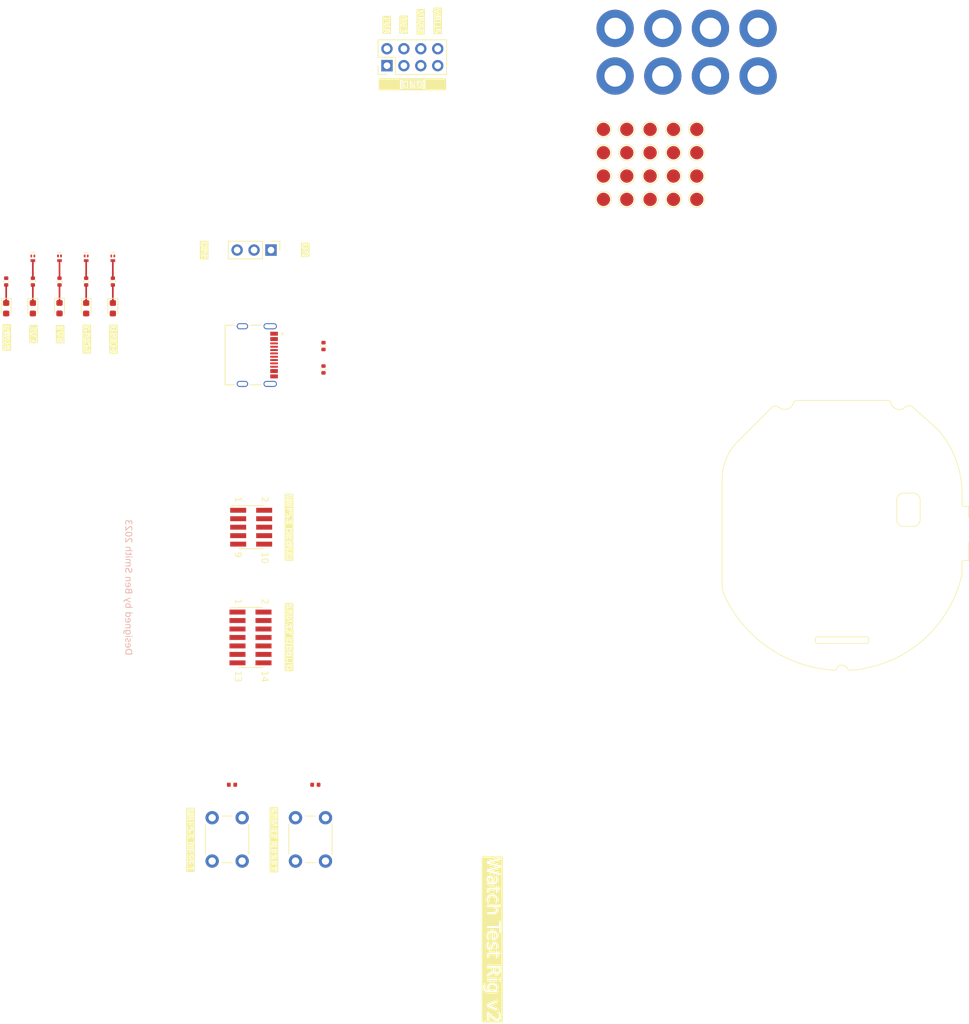
<source format=kicad_pcb>
(kicad_pcb (version 20221018) (generator pcbnew)
  (layers (0 "F.Cu" signal) (31 "B.Cu" signal) (34 "B.Paste" user) (35 "F.Paste" user) (36 "B.SilkS" user "B.Silkscreen") (37 "F.SilkS" user "F.Silkscreen") (38 "B.Mask" user) (39 "F.Mask" user) (44 "Edge.Cuts" user))
  (net 0 "")
  (net 1 "/STM32_SWDIO")
  (net 2 "/STM32_SWCLK")
  (net 3 "/STM32_SWO")
  (net 5 "/STM32_VCP_TX")
  (net 6 "+1V8")
  (net 7 "/STM32_VCP_RX")
  (net 9 "GND")
  (net 12 "/STM32_RST")
  (net 13 "/NRF_SWDIO")
  (net 14 "/NRF_SWCLK")
  (net 18 "/NRF_RST")
  (net 19 "+3V3")
  (net 20 "+VBAT")
  (net 21 "VBUS")
  (net 22 "/LED_3V3_K")
  (net 23 "/LED_1V8_K")
  (net 24 "/GPIO2_D_K")
  (net 25 "/LED_VBUS_K")
  (net 26 "/LED_3V3_D")
  (net 27 "/LED_1V8_D")
  (net 28 "/GPIO1_K")
  (net 29 "/USB_DN")
  (net 30 "/USB_DP")
  (net 31 "/CC1")
  (net 32 "/CC2")
  (net 33 "/VIN")
  (net 34 "/GPIO1")
  (net 35 "/GPIO2")
  (net 37 "/GPIO2_D")
  (net 38 "/GPIO1_D")
  (footprint "Diode_SMD:D_0603_1608Metric" (layer "F.Cu") (at 33.2 62.03 -90)
    (fp_text reference "D104" hide)
    (fp_text value "GREEN" hide)
    (fp_line (start -1.485 -0.735) (end -1.485 0.735) (stroke (width 0.12)) (layer "F.SilkS"))
    (fp_line (start -1.485 0.735) (end 0.8 0.735) (stroke (width 0.12)) (layer "F.SilkS"))
    (fp_line (start 0.8 -0.735) (end -1.485 -0.735) (stroke (width 0.12)) (layer "F.SilkS"))
    (pad "1" smd roundrect (at -0.7875 0 270) (size 0.875 0.95) (layers "F.Cu" "F.Paste" "F.Mask") (net 24 "/GPIO2_D_K"))
    (pad "2" smd roundrect (at 0.7875 0 270) (size 0.875 0.95) (layers "F.Cu" "F.Paste" "F.Mask") (net 21 "VBUS"))
  )
  (footprint "Button_Switch_THT:SW_PUSH_6mm_H5mm" (layer "F.Cu") (at 64.1 144.95 90)
    (fp_text reference "SW102" hide)
    (fp_text value "PSH_BTN")
    (fp_line (start -0.25 1.5) (end -0.25 3) (stroke (width 0.12)) (layer "F.SilkS"))
    (fp_line (start 1 5.5) (end 5.5 5.5) (stroke (width 0.12)) (layer "F.SilkS"))
    (fp_line (start 5.5 -1) (end 1 -1) (stroke (width 0.12)) (layer "F.SilkS"))
    (fp_line (start 6.75 3) (end 6.75 1.5) (stroke (width 0.12)) (layer "F.SilkS"))
    (pad "1" thru_hole circle (at 0 0 180) (size 2 2) (drill 1.1) (layers "*.Cu" "*.Mask") (net 12 "/STM32_RST"))
    (pad "1" thru_hole circle (at 6.5 0 180) (size 2 2) (drill 1.1) (layers "*.Cu" "*.Mask") (net 12 "/STM32_RST"))
    (pad "2" thru_hole circle (at 0 4.5 180) (size 2 2) (drill 1.1) (layers "*.Cu" "*.Mask") (net 9 "GND"))
    (pad "2" thru_hole circle (at 6.5 4.5 180) (size 2 2) (drill 1.1) (layers "*.Cu" "*.Mask") (net 9 "GND"))
  )
  (footprint "Capacitor_SMD:C_0402_1005Metric" (layer "F.Cu") (at 79.58 133.5 180)
    (fp_text reference "C101" hide)
    (fp_text value "100n")
    (fp_line (start -0.107836 -0.36) (end 0.107836 -0.36) (stroke (width 0.12)) (layer "F.SilkS"))
    (fp_line (start -0.107836 0.36) (end 0.107836 0.36) (stroke (width 0.12)) (layer "F.SilkS"))
    (pad "1" smd roundrect (at -0.48 0 180) (size 0.56 0.62) (layers "F.Cu" "F.Paste" "F.Mask") (net 9 "GND"))
    (pad "2" smd roundrect (at 0.48 0 180) (size 0.56 0.62) (layers "F.Cu" "F.Paste" "F.Mask") (net 12 "/STM32_RST"))
  )
  (footprint "Resistor_SMD:R_0402_1005Metric" (layer "F.Cu") (at 33.2 58.03 90)
    (fp_text reference "R104" hide)
    (fp_text value "2k2" hide)
    (fp_line (start -0.153641 -0.38) (end 0.153641 -0.38) (stroke (width 0.12)) (layer "F.SilkS"))
    (fp_line (start -0.153641 0.38) (end 0.153641 0.38) (stroke (width 0.12)) (layer "F.SilkS"))
    (pad "1" smd roundrect (at -0.51 0 90) (size 0.54 0.64) (layers "F.Cu" "F.Paste" "F.Mask") (net 28 "/GPIO1_K"))
    (pad "2" smd roundrect (at 0.51 0 90) (size 0.54 0.64) (layers "F.Cu" "F.Paste" "F.Mask") (net 38 "/GPIO1_D"))
  )
  (footprint "MountingHole:MountingHole_3.2mm_M3_DIN965_Pad_TopBottom" (layer "F.Cu") (at 146 27.2)
    (fp_text reference "H108" hide)
    (fp_text value "M3")
    (pad "1" thru_hole circle (at 0 0) (size 3.6 3.6) (drill 3.2) (layers "*.Cu" "*.Mask") (net 9 "GND"))
    (pad "1" connect circle (at 0 0) (size 5.6 5.6) (layers "F.Cu" "F.Mask") (net 9 "GND"))
    (pad "1" connect circle (at 0 0) (size 5.6 5.6) (layers "B.Cu" "B.Mask") (net 9 "GND"))
  )
  (footprint "Diode_SMD:D_0603_1608Metric" (layer "F.Cu") (at 41.2 62.02 -90)
    (fp_text reference "D102" hide)
    (fp_text value "GREEN" hide)
    (fp_line (start -1.485 -0.735) (end -1.485 0.735) (stroke (width 0.12)) (layer "F.SilkS"))
    (fp_line (start -1.485 0.735) (end 0.8 0.735) (stroke (width 0.12)) (layer "F.SilkS"))
    (fp_line (start 0.8 -0.735) (end -1.485 -0.735) (stroke (width 0.12)) (layer "F.SilkS"))
    (pad "1" smd roundrect (at -0.7875 0 270) (size 0.875 0.95) (layers "F.Cu" "F.Paste" "F.Mask") (net 28 "/GPIO1_K"))
    (pad "2" smd roundrect (at 0.7875 0 270) (size 0.875 0.95) (layers "F.Cu" "F.Paste" "F.Mask") (net 21 "VBUS"))
  )
  (footprint "TestPoint:TestPoint_Pad_D2.0mm" (layer "F.Cu") (at 133.3 45.7)
    (fp_text reference "PP116" hide)
    (fp_text value "8mm")
    (fp_circle (center 0 0) (end 0 1.2) (stroke (width 0.12)) (fill none) (layer "F.SilkS"))
    (pad "1" smd circle (at 0 0) (size 2 2) (layers "F.Cu" "F.Mask") (net 21 "VBUS"))
  )
  (footprint "TestPoint:TestPoint_Pad_D2.0mm" (layer "F.Cu") (at 126.3 42.2)
    (fp_text reference "PP107" hide)
    (fp_text value "8mm")
    (fp_circle (center 0 0) (end 0 1.2) (stroke (width 0.12)) (fill none) (layer "F.SilkS"))
    (pad "1" smd circle (at 0 0) (size 2 2) (layers "F.Cu" "F.Mask") (net 13 "/NRF_SWDIO"))
  )
  (footprint "Connector_PinHeader_2.54mm:PinHeader_1x03_P2.54mm_Vertical" (layer "F.Cu") (at 72.925 53.3 -90)
    (fp_text reference "SW101" hide)
    (fp_text value "SW_SPDT")
    (fp_line (start -1.33 -1.33) (end 0 -1.33) (stroke (width 0.12)) (layer "F.SilkS"))
    (fp_line (start -1.33 0) (end -1.33 -1.33) (stroke (width 0.12)) (layer "F.SilkS"))
    (fp_line (start -1.33 1.27) (end -1.33 6.41) (stroke (width 0.12)) (layer "F.SilkS"))
    (fp_line (start -1.33 1.27) (end 1.33 1.27) (stroke (width 0.12)) (layer "F.SilkS"))
    (fp_line (start -1.33 6.41) (end 1.33 6.41) (stroke (width 0.12)) (layer "F.SilkS"))
    (fp_line (start 1.33 1.27) (end 1.33 6.41) (stroke (width 0.12)) (layer "F.SilkS"))
    (pad "1" thru_hole rect (at 0 0 270) (size 1.7 1.7) (drill 1) (layers "*.Cu" "*.Mask") (net 21 "VBUS"))
    (pad "2" thru_hole oval (at 0 2.54 270) (size 1.7 1.7) (drill 1) (layers "*.Cu" "*.Mask") (net 33 "/VIN"))
    (pad "3" thru_hole oval (at 0 5.08 270) (size 1.7 1.7) (drill 1) (layers "*.Cu" "*.Mask"))
  )
  (footprint "watch_footprints:DMN21D2UFB7B" (layer "F.Cu") (at 41.2 54.53 90)
    (fp_text reference "Q102" hide)
    (fp_text value "DMN21D2UFB-7B" hide)
    (fp_line (start 0.85 -0.3) (end 0.85 0.3) (stroke (width 0.12)) (layer "F.SilkS"))
    (pad "1" smd rect (at 0.35 0.225 180) (size 0.25 0.4) (layers "F.Cu" "F.Paste" "F.Mask") (net 34 "/GPIO1"))
    (pad "2" smd rect (at 0.35 -0.225 180) (size 0.25 0.4) (layers "F.Cu" "F.Paste" "F.Mask") (net 9 "GND"))
    (pad "3" smd rect (at -0.35 0 90) (size 0.4 0.7) (layers "F.Cu" "F.Paste" "F.Mask") (net 38 "/GPIO1_D"))
  )
  (footprint "watch_footprints:DMN21D2UFB7B" (layer "F.Cu") (at 49.2 54.53 90)
    (fp_text reference "Q104" hide)
    (fp_text value "DMN21D2UFB-7B" hide)
    (fp_line (start 0.85 -0.3) (end 0.85 0.3) (stroke (width 0.12)) (layer "F.SilkS"))
    (pad "1" smd rect (at 0.35 0.225 180) (size 0.25 0.4) (layers "F.Cu" "F.Paste" "F.Mask") (net 35 "/GPIO2"))
    (pad "2" smd rect (at 0.35 -0.225 180) (size 0.25 0.4) (layers "F.Cu" "F.Paste" "F.Mask") (net 9 "GND"))
    (pad "3" smd rect (at -0.35 0 90) (size 0.4 0.7) (layers "F.Cu" "F.Paste" "F.Mask") (net 37 "/GPIO2_D"))
  )
  (footprint "Button_Switch_THT:SW_PUSH_6mm_H5mm" (layer "F.Cu") (at 76.6 144.95 90)
    (fp_text reference "SW103" hide)
    (fp_text value "PSH_BTN")
    (fp_line (start -0.25 1.5) (end -0.25 3) (stroke (width 0.12)) (layer "F.SilkS"))
    (fp_line (start 1 5.5) (end 5.5 5.5) (stroke (width 0.12)) (layer "F.SilkS"))
    (fp_line (start 5.5 -1) (end 1 -1) (stroke (width 0.12)) (layer "F.SilkS"))
    (fp_line (start 6.75 3) (end 6.75 1.5) (stroke (width 0.12)) (layer "F.SilkS"))
    (pad "1" thru_hole circle (at 0 0 180) (size 2 2) (drill 1.1) (layers "*.Cu" "*.Mask") (net 18 "/NRF_RST"))
    (pad "1" thru_hole circle (at 6.5 0 180) (size 2 2) (drill 1.1) (layers "*.Cu" "*.Mask") (net 18 "/NRF_RST"))
    (pad "2" thru_hole circle (at 0 4.5 180) (size 2 2) (drill 1.1) (layers "*.Cu" "*.Mask") (net 9 "GND"))
    (pad "2" thru_hole circle (at 6.5 4.5 180) (size 2 2) (drill 1.1) (layers "*.Cu" "*.Mask") (net 9 "GND"))
  )
  (footprint "MountingHole:MountingHole_3.2mm_M3_DIN965_Pad_TopBottom" (layer "F.Cu") (at 138.85 27.2)
    (fp_text reference "H106" hide)
    (fp_text value "M3")
    (pad "1" thru_hole circle (at 0 0) (size 3.6 3.6) (drill 3.2) (layers "*.Cu" "*.Mask") (net 9 "GND"))
    (pad "1" connect circle (at 0 0) (size 5.6 5.6) (layers "F.Cu" "F.Mask") (net 9 "GND"))
    (pad "1" connect circle (at 0 0) (size 5.6 5.6) (layers "B.Cu" "B.Mask") (net 9 "GND"))
  )
  (footprint "Diode_SMD:D_0603_1608Metric" (layer "F.Cu") (at 45.2 62.03 -90)
    (fp_text reference "D103" hide)
    (fp_text value "GREEN" hide)
    (fp_line (start -1.485 -0.735) (end -1.485 0.735) (stroke (width 0.12)) (layer "F.SilkS"))
    (fp_line (start -1.485 0.735) (end 0.8 0.735) (stroke (width 0.12)) (layer "F.SilkS"))
    (fp_line (start 0.8 -0.735) (end -1.485 -0.735) (stroke (width 0.12)) (layer "F.SilkS"))
    (pad "1" smd roundrect (at -0.7875 0 270) (size 0.875 0.95) (layers "F.Cu" "F.Paste" "F.Mask") (net 23 "/LED_1V8_K"))
    (pad "2" smd roundrect (at 0.7875 0 270) (size 0.875 0.95) (layers "F.Cu" "F.Paste" "F.Mask") (net 21 "VBUS"))
  )
  (footprint "TestPoint:TestPoint_Pad_D2.0mm" (layer "F.Cu") (at 129.8 42.2)
    (fp_text reference "PP111" hide)
    (fp_text value "8mm")
    (fp_circle (center 0 0) (end 0 1.2) (stroke (width 0.12)) (fill none) (layer "F.SilkS"))
    (pad "1" smd circle (at 0 0) (size 2 2) (layers "F.Cu" "F.Mask") (net 29 "/USB_DN"))
  )
  (footprint "Capacitor_SMD:C_0402_1005Metric" (layer "F.Cu") (at 67.08 133.5 180)
    (fp_text reference "C102" hide)
    (fp_text value "100n")
    (fp_line (start -0.107836 -0.36) (end 0.107836 -0.36) (stroke (width 0.12)) (layer "F.SilkS"))
    (fp_line (start -0.107836 0.36) (end 0.107836 0.36) (stroke (width 0.12)) (layer "F.SilkS"))
    (pad "1" smd roundrect (at -0.48 0 180) (size 0.56 0.62) (layers "F.Cu" "F.Paste" "F.Mask") (net 9 "GND"))
    (pad "2" smd roundrect (at 0.48 0 180) (size 0.56 0.62) (layers "F.Cu" "F.Paste" "F.Mask") (net 18 "/NRF_RST"))
  )
  (footprint "TestPoint:TestPoint_Pad_D2.0mm" (layer "F.Cu") (at 129.8 38.7)
    (fp_text reference "PP110" hide)
    (fp_text value "8mm")
    (fp_circle (center 0 0) (end 0 1.2) (stroke (width 0.12)) (fill none) (layer "F.SilkS"))
    (pad "1" smd circle (at 0 0) (size 2 2) (layers "F.Cu" "F.Mask") (net 30 "/USB_DP"))
  )
  (footprint "MountingHole:MountingHole_3.2mm_M3_DIN965_Pad_TopBottom" (layer "F.Cu") (at 131.7 27.2)
    (fp_text reference "H104" hide)
    (fp_text value "M3")
    (pad "1" thru_hole circle (at 0 0) (size 3.6 3.6) (drill 3.2) (layers "*.Cu" "*.Mask") (net 9 "GND"))
    (pad "1" connect circle (at 0 0) (size 5.6 5.6) (layers "F.Cu" "F.Mask") (net 9 "GND"))
    (pad "1" connect circle (at 0 0) (size 5.6 5.6) (layers "B.Cu" "B.Mask") (net 9 "GND"))
  )
  (footprint "MountingHole:MountingHole_3.2mm_M3_DIN965_Pad_TopBottom" (layer "F.Cu") (at 124.55 27.2)
    (fp_text reference "H102" hide)
    (fp_text value "M3")
    (pad "1" thru_hole circle (at 0 0) (size 3.6 3.6) (drill 3.2) (layers "*.Cu" "*.Mask") (net 9 "GND"))
    (pad "1" connect circle (at 0 0) (size 5.6 5.6) (layers "F.Cu" "F.Mask") (net 9 "GND"))
    (pad "1" connect circle (at 0 0) (size 5.6 5.6) (layers "B.Cu" "B.Mask") (net 9 "GND"))
  )
  (footprint "Resistor_SMD:R_0402_1005Metric" (layer "F.Cu") (at 41.2 58.03 90)
    (fp_text reference "R102" hide)
    (fp_text value "5k1" hide)
    (fp_line (start -0.153641 -0.38) (end 0.153641 -0.38) (stroke (width 0.12)) (layer "F.SilkS"))
    (fp_line (start -0.153641 0.38) (end 0.153641 0.38) (stroke (width 0.12)) (layer "F.SilkS"))
    (pad "1" smd roundrect (at -0.51 0 90) (size 0.54 0.64) (layers "F.Cu" "F.Paste" "F.Mask") (net 32 "/CC2"))
    (pad "2" smd roundrect (at 0.51 0 90) (size 0.54 0.64) (layers "F.Cu" "F.Paste" "F.Mask") (net 9 "GND"))
  )
  (footprint "TestPoint:TestPoint_Pad_D2.0mm" (layer "F.Cu") (at 129.8 45.7)
    (fp_text reference "PP112" hide)
    (fp_text value "8mm")
    (fp_circle (center 0 0) (end 0 1.2) (stroke (width 0.12)) (fill none) (layer "F.SilkS"))
    (pad "1" smd circle (at 0 0) (size 2 2) (layers "F.Cu" "F.Mask") (net 19 "+3V3"))
  )
  (footprint "watch_footprints:STDC14" (layer "F.Cu") (at 69.85 111.41)
    (fp_text reference "J101" hide)
    (fp_text value "STDC14" hide)
    (fp_line (start -3.09 -4.44) (end -1.765 -4.44) (stroke (width 0.12)) (layer "F.SilkS"))
    (fp_line (start -1.765 -4.505) (end -1.765 -4.44) (stroke (width 0.12)) (layer "F.SilkS"))
    (fp_line (start -1.765 -4.505) (end 1.765 -4.505) (stroke (width 0.12)) (layer "F.SilkS"))
    (fp_line (start -1.765 4.44) (end -1.765 4.505) (stroke (width 0.12)) (layer "F.SilkS"))
    (fp_line (start -1.765 4.505) (end 1.765 4.505) (stroke (width 0.12)) (layer "F.SilkS"))
    (fp_line (start 1.765 -4.505) (end 1.765 -4.44) (stroke (width 0.12)) (layer "F.SilkS"))
    (fp_line (start 1.765 4.44) (end 1.765 4.505) (stroke (width 0.12)) (layer "F.SilkS"))
    (pad "1" smd rect (at -1.95 -3.81) (size 2.4 0.74) (layers "F.Cu" "F.Paste" "F.Mask"))
    (pad "2" smd rect (at 1.95 -3.81) (size 2.4 0.74) (layers "F.Cu" "F.Paste" "F.Mask"))
    (pad "3" smd rect (at -1.95 -2.54) (size 2.4 0.74) (layers "F.Cu" "F.Paste" "F.Mask") (net 6 "+1V8"))
    (pad "4" smd rect (at 1.95 -2.54) (size 2.4 0.74) (layers "F.Cu" "F.Paste" "F.Mask") (net 1 "/STM32_SWDIO"))
    (pad "5" smd rect (at -1.95 -1.27) (size 2.4 0.74) (layers "F.Cu" "F.Paste" "F.Mask") (net 9 "GND"))
    (pad "6" smd rect (at 1.95 -1.27) (size 2.4 0.74) (layers "F.Cu" "F.Paste" "F.Mask") (net 2 "/STM32_SWCLK"))
    (pad "7" smd rect (at -1.95 0) (size 2.4 0.74) (layers "F.Cu" "F.Paste" "F.Mask") (net 9 "GND"))
    (pad "8" smd rect (at 1.95 0) (size 2.4 0.74) (layers "F.Cu" "F.Paste" "F.Mask") (net 3 "/STM32_SWO"))
    (pad "9" smd rect (at -1.95 1.27) (size 2.4 0.74) (layers "F.Cu" "F.Paste" "F.Mask"))
    (pad "10" smd rect (at 1.95 1.27) (size 2.4 0.74) (layers "F.Cu" "F.Paste" "F.Mask"))
    (pad "11" smd rect (at -1.95 2.54) (size 2.4 0.74) (layers "F.Cu" "F.Paste" "F.Mask") (net 9 "GND"))
    (pad "12" smd rect (at 1.95 2.54) (size 2.4 0.74) (layers "F.Cu" "F.Paste" "F.Mask") (net 12 "/STM32_RST"))
    (pad "13" smd rect (at -1.95 3.81) (size 2.4 0.74) (layers "F.Cu" "F.Paste" "F.Mask") (net 7 "/STM32_VCP_RX"))
    (pad "14" smd rect (at 1.95 3.81) (size 2.4 0.74) (layers "F.Cu" "F.Paste" "F.Mask") (net 5 "/STM32_VCP_TX"))
  )
  (footprint "TestPoint:TestPoint_Pad_D2.0mm" (layer "F.Cu") (at 133.3 38.7)
    (fp_text reference "PP114" hide)
    (fp_text value "8mm")
    (fp_circle (center 0 0) (end 0 1.2) (stroke (width 0.12)) (fill none) (layer "F.SilkS"))
    (pad "1" smd circle (at 0 0) (size 2 2) (layers "F.Cu" "F.Mask") (net 6 "+1V8"))
  )
  (footprint "Resistor_SMD:R_0402_1005Metric" (layer "F.Cu") (at 80.8 67.7 -90)
    (fp_text reference "R107" hide)
    (fp_text value "2k2")
    (fp_line (start -0.153641 -0.38) (end 0.153641 -0.38) (stroke (width 0.12)) (layer "F.SilkS"))
    (fp_line (start -0.153641 0.38) (end 0.153641 0.38) (stroke (width 0.12)) (layer "F.SilkS"))
    (pad "1" smd roundrect (at -0.51 0 270) (size 0.54 0.64) (layers "F.Cu" "F.Paste" "F.Mask") (net 25 "/LED_VBUS_K"))
    (pad "2" smd roundrect (at 0.51 0 270) (size 0.54 0.64) (layers "F.Cu" "F.Paste" "F.Mask") (net 9 "GND"))
  )
  (footprint "Diode_SMD:D_0603_1608Metric" (layer "F.Cu") (at 37.2 62.03 -90)
    (fp_text reference "D101" hide)
    (fp_text value "GREEN" hide)
    (fp_line (start -1.485 -0.735) (end -1.485 0.735) (stroke (width 0.12)) (layer "F.SilkS"))
    (fp_line (start -1.485 0.735) (end 0.8 0.735) (stroke (width 0.12)) (layer "F.SilkS"))
    (fp_line (start 0.8 -0.735) (end -1.485 -0.735) (stroke (width 0.12)) (layer "F.SilkS"))
    (pad "1" smd roundrect (at -0.7875 0 270) (size 0.875 0.95) (layers "F.Cu" "F.Paste" "F.Mask") (net 22 "/LED_3V3_K"))
    (pad "2" smd roundrect (at 0.7875 0 270) (size 0.875 0.95) (layers "F.Cu" "F.Paste" "F.Mask") (net 21 "VBUS"))
  )
  (footprint "TestPoint:TestPoint_Pad_D2.0mm" (layer "F.Cu") (at 136.8 42.2)
    (fp_text reference "PP119" hide)
    (fp_text value "8mm")
    (fp_circle (center 0 0) (end 0 1.2) (stroke (width 0.12)) (fill none) (layer "F.SilkS"))
    (pad "1" smd circle (at 0 0) (size 2 2) (layers "F.Cu" "F.Mask") (net 9 "GND"))
  )
  (footprint "MountingHole:MountingHole_3.2mm_M3_DIN965_Pad_TopBottom" (layer "F.Cu") (at 131.7 20.05)
    (fp_text reference "H103" hide)
    (fp_text value "M3")
    (pad "1" thru_hole circle (at 0 0) (size 3.6 3.6) (drill 3.2) (layers "*.Cu" "*.Mask") (net 9 "GND"))
    (pad "1" connect circle (at 0 0) (size 5.6 5.6) (layers "F.Cu" "F.Mask") (net 9 "GND"))
    (pad "1" connect circle (at 0 0) (size 5.6 5.6) (layers "B.Cu" "B.Mask") (net 9 "GND"))
  )
  (footprint "watch_footprints:MIPI10" (layer "F.Cu") (at 69.95 94.87)
    (fp_text reference "J102" hide)
    (fp_text value "MIPI10" hide)
    (fp_line (start -3.09 -3.17) (end -1.765 -3.17) (stroke (width 0.12)) (layer "F.SilkS"))
    (fp_line (start -1.765 -3.235) (end -1.765 -3.17) (stroke (width 0.12)) (layer "F.SilkS"))
    (fp_line (start -1.765 -3.235) (end 1.765 -3.235) (stroke (width 0.12)) (layer "F.SilkS"))
    (fp_line (start -1.765 3.17) (end -1.765 3.235) (stroke (width 0.12)) (layer "F.SilkS"))
    (fp_line (start -1.765 3.235) (end 1.765 3.235) (stroke (width 0.12)) (layer "F.SilkS"))
    (fp_line (start 1.765 -3.235) (end 1.765 -3.17) (stroke (width 0.12)) (layer "F.SilkS"))
    (fp_line (start 1.765 3.17) (end 1.765 3.235) (stroke (width 0.12)) (layer "F.SilkS"))
    (pad "1" smd rect (at -1.95 -2.54) (size 2.4 0.74) (layers "F.Cu" "F.Paste" "F.Mask") (net 6 "+1V8"))
    (pad "2" smd rect (at 1.95 -2.54) (size 2.4 0.74) (layers "F.Cu" "F.Paste" "F.Mask") (net 13 "/NRF_SWDIO"))
    (pad "3" smd rect (at -1.95 -1.27) (size 2.4 0.74) (layers "F.Cu" "F.Paste" "F.Mask") (net 9 "GND"))
    (pad "4" smd rect (at 1.95 -1.27) (size 2.4 0.74) (layers "F.Cu" "F.Paste" "F.Mask") (net 14 "/NRF_SWCLK"))
    (pad "5" smd rect (at -1.95 0) (size 2.4 0.74) (layers "F.Cu" "F.Paste" "F.Mask") (net 9 "GND"))
    (pad "6" smd rect (at 1.95 0) (size 2.4 0.74) (layers "F.Cu" "F.Paste" "F.Mask"))
    (pad "7" smd rect (at -1.95 1.27) (size 2.4 0.74) (layers "F.Cu" "F.Paste" "F.Mask"))
    (pad "8" smd rect (at 1.95 1.27) (size 2.4 0.74) (layers "F.Cu" "F.Paste" "F.Mask"))
    (pad "9" smd rect (at -1.95 2.54) (size 2.4 0.74) (layers "F.Cu" "F.Paste" "F.Mask") (net 9 "GND"))
    (pad "10" smd rect (at 1.95 2.54) (size 2.4 0.74) (layers "F.Cu" "F.Paste" "F.Mask") (net 18 "/NRF_RST"))
  )
  (footprint "MountingHole:MountingHole_3.2mm_M3_DIN965_Pad_TopBottom" (layer "F.Cu") (at 146 20.05)
    (fp_text reference "H107" hide)
    (fp_text value "M3")
    (pad "1" thru_hole circle (at 0 0) (size 3.6 3.6) (drill 3.2) (layers "*.Cu" "*.Mask") (net 9 "GND"))
    (pad "1" connect circle (at 0 0) (size 5.6 5.6) (layers "F.Cu" "F.Mask") (net 9 "GND"))
    (pad "1" connect circle (at 0 0) (size 5.6 5.6) (layers "B.Cu" "B.Mask") (net 9 "GND"))
  )
  (footprint "TestPoint:TestPoint_Pad_D2.0mm" (layer "F.Cu") (at 126.3 45.7)
    (fp_text reference "PP108" hide)
    (fp_text value "8mm")
    (fp_circle (center 0 0) (end 0 1.2) (stroke (width 0.12)) (fill none) (layer "F.SilkS"))
    (pad "1" smd circle (at 0 0) (size 2 2) (layers "F.Cu" "F.Mask") (net 14 "/NRF_SWCLK"))
  )
  (footprint "Resistor_SMD:R_0402_1005Metric" (layer "F.Cu") (at 49.2 58.03 90)
    (fp_text reference "R105" hide)
    (fp_text value "2k2" hide)
    (fp_line (start -0.153641 -0.38) (end 0.153641 -0.38) (stroke (width 0.12)) (layer "F.SilkS"))
    (fp_line (start -0.153641 0.38) (end 0.153641 0.38) (stroke (width 0.12)) (layer "F.SilkS"))
    (pad "1" smd roundrect (at -0.51 0 90) (size 0.54 0.64) (layers "F.Cu" "F.Paste" "F.Mask") (net 23 "/LED_1V8_K"))
    (pad "2" smd roundrect (at 0.51 0 90) (size 0.54 0.64) (layers "F.Cu" "F.Paste" "F.Mask") (net 27 "/LED_1V8_D"))
  )
  (footprint "Resistor_SMD:R_0402_1005Metric" (layer "F.Cu") (at 80.8 71.21 90)
    (fp_text reference "R106" hide)
    (fp_text value "2k2")
    (fp_line (start -0.153641 -0.38) (end 0.153641 -0.38) (stroke (width 0.12)) (layer "F.SilkS"))
    (fp_line (start -0.153641 0.38) (end 0.153641 0.38) (stroke (width 0.12)) (layer "F.SilkS"))
    (pad "1" smd roundrect (at -0.51 0 90) (size 0.54 0.64) (layers "F.Cu" "F.Paste" "F.Mask") (net 24 "/GPIO2_D_K"))
    (pad "2" smd roundrect (at 0.51 0 90) (size 0.54 0.64) (layers "F.Cu" "F.Paste" "F.Mask") (net 37 "/GPIO2_D"))
  )
  (footprint "Resistor_SMD:R_0402_1005Metric" (layer "F.Cu") (at 37.2 58.03 90)
    (fp_text reference "R101" hide)
    (fp_text value "5k1" hide)
    (fp_line (start -0.153641 -0.38) (end 0.153641 -0.38) (stroke (width 0.12)) (layer "F.SilkS"))
    (fp_line (start -0.153641 0.38) (end 0.153641 0.38) (stroke (width 0.12)) (layer "F.SilkS"))
    (pad "1" smd roundrect (at -0.51 0 90) (size 0.54 0.64) (layers "F.Cu" "F.Paste" "F.Mask") (net 31 "/CC1"))
    (pad "2" smd roundrect (at 0.51 0 90) (size 0.54 0.64) (layers "F.Cu" "F.Paste" "F.Mask") (net 9 "GND"))
  )
  (footprint "TestPoint:TestPoint_Pad_D2.0mm" (layer "F.Cu") (at 136.8 45.7)
    (fp_text reference "PP120" hide)
    (fp_text value "8mm")
    (fp_circle (center 0 0) (end 0 1.2) (stroke (width 0.12)) (fill none) (layer "F.SilkS"))
    (pad "1" smd circle (at 0 0) (size 2 2) (layers "F.Cu" "F.Mask") (net 9 "GND"))
  )
  (footprint "watch_footprints:DMN21D2UFB7B" (layer "F.Cu") (at 45.2 54.53 90)
    (fp_text reference "Q103" hide)
    (fp_text value "DMN21D2UFB-7B" hide)
    (fp_line (start 0.85 -0.3) (end 0.85 0.3) (stroke (width 0.12)) (layer "F.SilkS"))
    (pad "1" smd rect (at 0.35 0.225 180) (size 0.25 0.4) (layers "F.Cu" "F.Paste" "F.Mask") (net 6 "+1V8"))
    (pad "2" smd rect (at 0.35 -0.225 180) (size 0.25 0.4) (layers "F.Cu" "F.Paste" "F.Mask") (net 9 "GND"))
    (pad "3" smd rect (at -0.35 0 90) (size 0.4 0.7) (layers "F.Cu" "F.Paste" "F.Mask") (net 27 "/LED_1V8_D"))
  )
  (footprint "watch_footprints:Watch Outline V2 SS" (layer "F.Cu") (at 158.548965 96.510397)
    (fp_text reference "U101" hide)
    (fp_text value "Watch_Outline_V2_SS")
    (fp_line (start -17.948964 -8.836298) (end -17.948964 7.002061) (stroke (width 0.1)) (layer "F.SilkS"))
    (fp_line (start -15.605819 -14.493152) (end -10.514836 -19.584135) (stroke (width 0.1)) (layer "F.SilkS"))
    (fp_line (start -6.767813 -20.650006) (end 7.028538 -20.650006) (stroke (width 0.1)) (layer "F.SilkS"))
    (fp_line (start -3.95 15.55) (end -3.95 15.05) (stroke (width 0.1)) (layer "F.SilkS"))
    (fp_line (start -3.7 14.8) (end 3.8 14.8) (stroke (width 0.1)) (layer "F.SilkS"))
    (fp_line (start 3.8 15.8) (end -3.7 15.8) (stroke (width 0.1)) (layer "F.SilkS"))
    (fp_line (start 4.05 15.05) (end 4.05 15.55) (stroke (width 0.1)) (layer "F.SilkS"))
    (fp_line (start 8.250001 -2.750001) (end 8.250002 -5.75) (stroke (width 0.1)) (layer "F.SilkS"))
    (fp_line (start 9.250002 -6.75) (end 10.75 -6.749998) (stroke (width 0.1)) (layer "F.SilkS"))
    (fp_line (start 10.749999 -1.749999) (end 9.250001 -1.750001) (stroke (width 0.1)) (layer "F.SilkS"))
    (fp_line (start 11.75 -5.749998) (end 11.749999 -2.749999) (stroke (width 0.1)) (layer "F.SilkS"))
    (fp_line (start 14.551035 -16.150007) (end 10.645094 -19.665354) (stroke (width 0.1)) (layer "F.SilkS"))
    (fp_line (start 18.05 3.6) (end 18.051035 5.349994) (stroke (width 0.1)) (layer "F.SilkS"))
    (fp_line (start 18.051035 -6.650006) (end 18.05 -5) (stroke (width 0.1)) (layer "F.SilkS"))
    (fp_line (start 18.3 -4.749997) (end 19.051035 -4.750003) (stroke (width 0.1)) (layer "F.SilkS"))
    (fp_line (start 19.051035 -4.750003) (end 19.051035 -3.150006) (stroke (width 0.1)) (layer "F.SilkS"))
    (fp_line (start 19.051035 0.649994) (end 19.051035 3.349994) (stroke (width 0.1)) (layer "F.SilkS"))
    (fp_line (start 19.051035 3.349994) (end 18.3 3.35) (stroke (width 0.1)) (layer "F.SilkS"))
    (fp_arc (start -17.948964 -8.836298) (mid -17.340011 -11.89777) (end -15.605818 -14.493152) (stroke (width 0.1)) (layer "F.SilkS"))
    (fp_arc (start -17.561867 8.718723) (mid -17.850984 7.881942) (end -17.948964 7.002061) (stroke (width 0.1)) (layer "F.SilkS"))
    (fp_arc (start -10.514836 -19.584134) (mid -9.979611 -19.817869) (end -9.428151 -19.62554) (stroke (width 0.1)) (layer "F.SilkS"))
    (fp_arc (start -7.249205 -20.285141) (mid -8.157835 -19.357938) (end -9.428151 -19.62554) (stroke (width 0.1)) (layer "F.SilkS"))
    (fp_arc (start -7.249205 -20.285141) (mid -7.069833 -20.548482) (end -6.767813 -20.650006) (stroke (width 0.1)) (layer "F.SilkS"))
    (fp_arc (start -3.95 15.05) (mid -3.876777 14.873223) (end -3.7 14.8) (stroke (width 0.1)) (layer "F.SilkS"))
    (fp_arc (start -3.7 15.8) (mid -3.876777 15.726777) (end -3.95 15.55) (stroke (width 0.1)) (layer "F.SilkS"))
    (fp_arc (start -0.848965 19.829213) (mid -10.74445 16.589052) (end -17.561868 8.718723) (stroke (width 0.1)) (layer "F.SilkS"))
    (fp_arc (start -0.848965 19.829213) (mid 0.050425 19.049986) (end 0.950859 19.828005) (stroke (width 0.1)) (layer "F.SilkS"))
    (fp_arc (start 3.8 14.8) (mid 3.976777 14.873223) (end 4.05 15.05) (stroke (width 0.1)) (layer "F.SilkS"))
    (fp_arc (start 4.05 15.55) (mid 3.976777 15.726777) (end 3.8 15.8) (stroke (width 0.1)) (layer "F.SilkS"))
    (fp_arc (start 7.028538 -20.650006) (mid 7.220483 -20.580671) (end 7.323538 -20.404551) (stroke (width 0.1)) (layer "F.SilkS"))
    (fp_arc (start 8.250002 -5.75) (mid 8.542895 -6.457106) (end 9.250002 -6.75) (stroke (width 0.1)) (layer "F.SilkS"))
    (fp_arc (start 9.250001 -1.750001) (mid 8.542894 -2.042894) (end 8.250001 -2.750001) (stroke (width 0.1)) (layer "F.SilkS"))
    (fp_arc (start 9.56708 -19.658361) (mid 10.104727 -19.870683) (end 10.645094 -19.665354) (stroke (width 0.1)) (layer "F.SilkS"))
    (fp_arc (start 9.567081 -19.65836) (mid 8.224982 -19.369007) (end 7.323538 -20.404551) (stroke (width 0.1)) (layer "F.SilkS"))
    (fp_arc (start 10.75 -6.749998) (mid 11.457106 -6.457105) (end 11.75 -5.749998) (stroke (width 0.1)) (layer "F.SilkS"))
    (fp_arc (start 11.749999 -2.749999) (mid 11.457105 -2.042893) (end 10.749999 -1.749999) (stroke (width 0.1)) (layer "F.SilkS"))
    (fp_arc (start 14.551035 -16.150006) (mid 17.148203 -11.71212) (end 18.051035 -6.650006) (stroke (width 0.1)) (layer "F.SilkS"))
    (fp_arc (start 18.05 3.6) (mid 18.123223 3.423223) (end 18.3 3.35) (stroke (width 0.1)) (layer "F.SilkS"))
    (fp_arc (start 18.051035 5.349993) (mid 11.954988 15.4875) (end 0.950859 19.828005) (stroke (width 0.1)) (layer "F.SilkS"))
    (fp_arc (start 18.3 -4.75) (mid 18.123223 -4.823223) (end 18.05 -5) (stroke (width 0.1)) (layer "F.SilkS"))
  )
  (footprint "TestPoint:TestPoint_Pad_D2.0mm" (layer "F.Cu") (at 133.3 35.2)
    (fp_text reference "PP113" hide)
    (fp_text value "8mm")
    (fp_circle (center 0 0) (end 0 1.2) (stroke (width 0.12)) (fill none) (layer "F.SilkS"))
    (pad "1" smd circle (at 0 0) (size 2 2) (layers "F.Cu" "F.Mask") (net 34 "/GPIO1"))
  )
  (footprint "Diode_SMD:D_0603_1608Metric" (layer "F.Cu") (at 49.2 62.03 -90)
    (fp_text reference "D105" hide)
    (fp_text value "GREEN" hide)
    (fp_line (start -1.485 -0.735) (end -1.485 0.735) (stroke (width 0.12)) (layer "F.SilkS"))
    (fp_line (start -1.485 0.735) (end 0.8 0.735) (stroke (width 0.12)) (layer "F.SilkS"))
    (fp_line (start 0.8 -0.735) (end -1.485 -0.735) (stroke (width 0.12)) (layer "F.SilkS"))
    (pad "1" smd roundrect (at -0.7875 0 270) (size 0.875 0.95) (layers "F.Cu" "F.Paste" "F.Mask") (net 25 "/LED_VBUS_K"))
    (pad "2" smd roundrect (at 0.7875 0 270) (size 0.875 0.95) (layers "F.Cu" "F.Paste" "F.Mask") (net 21 "VBUS"))
  )
  (footprint "TestPoint:TestPoint_Pad_D2.0mm" (layer "F.Cu") (at 136.8 38.7)
    (fp_text reference "PP118" hide)
    (fp_text value "8mm")
    (fp_circle (center 0 0) (end 0 1.2) (stroke (width 0.12)) (fill none) (layer "F.SilkS"))
    (pad "1" smd circle (at 0 0) (size 2 2) (layers "F.Cu" "F.Mask") (net 9 "GND"))
  )
  (footprint "TestPoint:TestPoint_Pad_D2.0mm" (layer "F.Cu") (at 126.3 35.2)
    (fp_text reference "PP105" hide)
    (fp_text value "8mm")
    (fp_circle (center 0 0) (end 0 1.2) (stroke (width 0.12)) (fill none) (layer "F.SilkS"))
    (pad "1" smd circle (at 0 0) (size 2 2) (layers "F.Cu" "F.Mask") (net 7 "/STM32_VCP_RX"))
  )
  (footprint "TestPoint:TestPoint_Pad_D2.0mm" (layer "F.Cu") (at 122.8 35.2)
    (fp_text reference "PP101" hide)
    (fp_text value "8mm")
    (fp_circle (center 0 0) (end 0 1.2) (stroke (width 0.12)) (fill none) (layer "F.SilkS"))
    (pad "1" smd circle (at 0 0) (size 2 2) (layers "F.Cu" "F.Mask") (net 1 "/STM32_SWDIO"))
  )
  (footprint "TestPoint:TestPoint_Pad_D2.0mm" (layer "F.Cu") (at 133.3 42.2)
    (fp_text reference "PP115" hide)
    (fp_text value "8mm")
    (fp_circle (center 0 0) (end 0 1.2) (stroke (width 0.12)) (fill none) (layer "F.SilkS"))
    (pad "1" smd circle (at 0 0) (size 2 2) (layers "F.Cu" "F.Mask") (net 35 "/GPIO2"))
  )
  (footprint "MountingHole:MountingHole_3.2mm_M3_DIN965_Pad_TopBottom" (layer "F.Cu") (at 138.85 20.05)
    (fp_text reference "H105" hide)
    (fp_text value "M3")
    (pad "1" thru_hole circle (at 0 0) (size 3.6 3.6) (drill 3.2) (layers "*.Cu" "*.Mask") (net 9 "GND"))
    (pad "1" connect circle (at 0 0) (size 5.6 5.6) (layers "F.Cu" "F.Mask") (net 9 "GND"))
    (pad "1" connect circle (at 0 0) (size 5.6 5.6) (layers "B.Cu" "B.Mask") (net 9 "GND"))
  )
  (footprint "TestPoint:TestPoint_Pad_D2.0mm" (layer "F.Cu") (at 122.8 38.7)
    (fp_text reference "PP102" hide)
    (fp_text value "8mm")
    (fp_circle (center 0 0) (end 0 1.2) (stroke (width 0.12)) (fill none) (layer "F.SilkS"))
    (pad "1" smd circle (at 0 0) (size 2 2) (layers "F.Cu" "F.Mask") (net 2 "/STM32_SWCLK"))
  )
  (footprint "TestPoint:TestPoint_Pad_D2.0mm" (layer "F.Cu") (at 126.3 38.7)
    (fp_text reference "PP106" hide)
    (fp_text value "8mm")
    (fp_circle (center 0 0) (end 0 1.2) (stroke (width 0.12)) (fill none) (layer "F.SilkS"))
    (pad "1" smd circle (at 0 0) (size 2 2) (layers "F.Cu" "F.Mask") (net 5 "/STM32_VCP_TX"))
  )
  (footprint "watch_footprints:TYPE-C-31-M-12" (layer "F.Cu") (at 68.6375 69.05 -90)
    (fp_text reference "J103" hide)
    (fp_text value "TYPE-C-31-M-12" hide)
    (fp_line (start -4.47 -2.85) (end -4.47 -1.17) (stroke (width 0.127)) (layer "F.SilkS"))
    (fp_line (start -4.47 2.6) (end -4.47 1.17) (stroke (width 0.127)) (layer "F.SilkS"))
    (fp_line (start -4.47 2.6) (end 4.47 2.6) (stroke (width 0.127)) (layer "F.SilkS"))
    (fp_line (start 4.47 -2.85) (end 4.47 -1.17) (stroke (width 0.127)) (layer "F.SilkS"))
    (fp_line (start 4.47 2.6) (end 4.47 1.17) (stroke (width 0.127)) (layer "F.SilkS"))
    (fp_circle (center -3.2 -6) (end -3.1 -6) (stroke (width 0.2)) (fill none) (layer "F.SilkS"))
    (pad "" np_thru_hole circle (at -2.89 -3.68 270) (size 0.6 0.6) (drill 0.6) (layers "*.Cu" "*.Mask"))
    (pad "" np_thru_hole circle (at 2.89 -3.68 270) (size 0.6 0.6) (drill 0.6) (layers "*.Cu" "*.Mask"))
    (pad "A1_B12" smd rect (at -3.2 -4.75 270) (size 0.6 1.14) (layers "F.Cu" "F.Paste") (net 9 "GND"))
    (pad "A4_B9" smd rect (at -2.4 -4.75 270) (size 0.6 1.14) (layers "F.Cu" "F.Paste") (net 33 "/VIN"))
    (pad "A5" smd rect (at -1.25 -4.75 270) (size 0.3 1.14) (layers "F.Cu" "F.Paste") (net 31 "/CC1"))
    (pad "A6" smd rect (at -0.25 -4.75 270) (size 0.3 1.14) (layers "F.Cu" "F.Paste") (net 29 "/USB_DN"))
    (pad "A7" smd rect (at 0.25 -4.75 270) (size 0.3 1.14) (layers "F.Cu" "F.Paste") (net 30 "/USB_DP"))
    (pad "A8" smd rect (at 1.25 -4.75 270) (size 0.3 1.14) (layers "F.Cu" "F.Paste"))
    (pad "B1_A12" smd rect (at 3.2 -4.75 270) (size 0.6 1.14) (layers "F.Cu" "F.Paste") (net 9 "GND"))
    (pad "B4_A9" smd rect (at 2.4 -4.75 270) (size 0.6 1.14) (layers "F.Cu" "F.Paste") (net 33 "/VIN"))
    (pad "B5" smd rect (at 1.75 -4.75 270) (size 0.3 1.14) (layers "F.Cu" "F.Paste") (net 32 "/CC2"))
    (pad "B6" smd rect (at 0.75 -4.75 270) (size 0.3 1.14) (layers "F.Cu" "F.Paste") (net 29 "/USB_DN"))
    (pad "B7" smd rect (at -0.75 -4.75 270) (size 0.3 1.14) (layers "F.Cu" "F.Paste") (net 30 "/USB_DP"))
    (pad "B8" smd rect (at -1.75 -4.75 270) (size 0.3 1.14) (layers "F.Cu" "F.Paste"))
    (pad "S1" thru_hole oval (at -4.325 -4.17 270) (size 0.9 2) (drill oval 0.6 1.7) (layers "*.Cu" "*.Mask"))
    (pad "S2" thru_hole oval (at 4.325 -4.17 270) (size 0.9 2) (drill oval 0.6 1.7) (layers "*.Cu" "*.Mask"))
    (pad "S3" thru_hole oval (at -4.325 0 270) (size 0.9 1.7) (drill oval 0.6 1.4) (layers "*.Cu" "*.Mask"))
    (pad "S4" thru_hole oval (at 4.325 0 270) (size 0.9 1.7) (drill oval 0.6 1.4) (layers "*.Cu" "*.Mask"))
  )
  (footprint "Connector_PinHeader_2.54mm:PinHeader_2x04_P2.54mm_Vertical" (layer "F.Cu") (at 90.32 25.64 90)
    (fp_text reference "J104" hide)
    (fp_text value "Conn_02x04_Odd_Even")
    (fp_line (start -1.33 -1.33) (end 0 -1.33) (stroke (width 0.12)) (layer "F.SilkS"))
    (fp_line (start -1.33 0) (end -1.33 -1.33) (stroke (width 0.12)) (layer "F.SilkS"))
    (fp_line (start -1.33 1.27) (end -1.33 8.95) (stroke (width 0.12)) (layer "F.SilkS"))
    (fp_line (start -1.33 1.27) (end 1.27 1.27) (stroke (width 0.12)) (layer "F.SilkS"))
    (fp_line (start -1.33 8.95) (end 3.87 8.95) (stroke (width 0.12)) (layer "F.SilkS"))
    (fp_line (start 1.27 -1.33) (end 3.87 -1.33) (stroke (width 0.12)) (layer "F.SilkS"))
    (fp_line (start 1.27 1.27) (end 1.27 -1.33) (stroke (width 0.12)) (layer "F.SilkS"))
    (fp_line (start 3.87 -1.33) (end 3.87 8.95) (stroke (width 0.12)) (layer "F.SilkS"))
    (pad "1" thru_hole rect (at 0 0 90) (size 1.7 1.7) (drill 1) (layers "*.Cu" "*.Mask") (net 9 "GND"))
    (pad "2" thru_hole oval (at 2.54 0 90) (size 1.7 1.7) (drill 1) (layers "*.Cu" "*.Mask") (net 6 "+1V8"))
    (pad "3" thru_hole oval (at 0 2.54 90) (size 1.7 1.7) (drill 1) (layers "*.Cu" "*.Mask") (net 9 "GND"))
    (pad "4" thru_hole oval (at 2.54 2.54 90) (size 1.7 1.7) (drill 1) (layers "*.Cu" "*.Mask") (net 19 "+3V3"))
    (pad "5" thru_hole oval (at 0 5.08 90) (size 1.7 1.7) (drill 1) (layers "*.Cu" "*.Mask") (net 9 "GND"))
    (pad "6" thru_hole oval (at 2.54 5.08 90) (size 1.7 1.7) (drill 1) (layers "*.Cu" "*.Mask") (net 20 "+VBAT"))
    (pad "7" thru_hole oval (at 0 7.62 90) (size 1.7 1.7) (drill 1) (layers "*.Cu" "*.Mask") (net 9 "GND"))
    (pad "8" thru_hole oval (at 2.54 7.62 90) (size 1.7 1.7) (drill 1) (layers "*.Cu" "*.Mask") (net 21 "VBUS"))
  )
  (footprint "MountingHole:MountingHole_3.2mm_M3_DIN965_Pad_TopBottom" (layer "F.Cu") (at 124.55 20.05)
    (fp_text reference "H101" hide)
    (fp_text value "M3")
    (pad "1" thru_hole circle (at 0 0) (size 3.6 3.6) (drill 3.2) (layers "*.Cu" "*.Mask") (net 9 "GND"))
    (pad "1" connect circle (at 0 0) (size 5.6 5.6) (layers "F.Cu" "F.Mask") (net 9 "GND"))
    (pad "1" connect circle (at 0 0) (size 5.6 5.6) (layers "B.Cu" "B.Mask") (net 9 "GND"))
  )
  (footprint "TestPoint:TestPoint_Pad_D2.0mm" (layer "F.Cu") (at 122.8 45.7)
    (fp_text reference "PP104" hide)
    (fp_text value "8mm")
    (fp_circle (center 0 0) (end 0 1.2) (stroke (width 0.12)) (fill none) (layer "F.SilkS"))
    (pad "1" smd circle (at 0 0) (size 2 2) (layers "F.Cu" "F.Mask") (net 12 "/STM32_RST"))
  )
  (footprint "TestPoint:TestPoint_Pad_D2.0mm" (layer "F.Cu") (at 136.8 35.2)
    (fp_text reference "PP117" hide)
    (fp_text value "8mm")
    (fp_circle (center 0 0) (end 0 1.2) (stroke (width 0.12)) (fill none) (layer "F.SilkS"))
    (pad "1" smd circle (at 0 0) (size 2 2) (layers "F.Cu" "F.Mask") (net 20 "+VBAT"))
  )
  (footprint "TestPoint:TestPoint_Pad_D2.0mm" (layer "F.Cu") (at 122.8 42.2)
    (fp_text reference "PP103" hide)
    (fp_text value "8mm")
    (fp_circle (center 0 0) (end 0 1.2) (stroke (width 0.12)) (fill none) (layer "F.SilkS"))
    (pad "1" smd circle (at 0 0) (size 2 2) (layers "F.Cu" "F.Mask") (net 3 "/STM32_SWO"))
  )
  (footprint "TestPoint:TestPoint_Pad_D2.0mm" (layer "F.Cu") (at 129.8 35.2)
    (fp_text reference "PP109" hide)
    (fp_text value "8mm")
    (fp_circle (center 0 0) (end 0 1.2) (stroke (width 0.12)) (fill none) (layer "F.SilkS"))
    (pad "1" smd circle (at 0 0) (size 2 2) (layers "F.Cu" "F.Mask") (net 18 "/NRF_RST"))
  )
  (footprint "Resistor_SMD:R_0402_1005Metric" (layer "F.Cu") (at 45.2 58.03 90)
    (fp_text reference "R103" hide)
    (fp_text value "2k2" hide)
    (fp_line (start -0.153641 -0.38) (end 0.153641 -0.38) (stroke (width 0.12)) (layer "F.SilkS"))
    (fp_line (start -0.153641 0.38) (end 0.153641 0.38) (stroke (width 0.12)) (layer "F.SilkS"))
    (pad "1" smd roundrect (at -0.51 0 90) (size 0.54 0.64) (layers "F.Cu" "F.Paste" "F.Mask") (net 22 "/LED_3V3_K"))
    (pad "2" smd roundrect (at 0.51 0 90) (size 0.54 0.64) (layers "F.Cu" "F.Paste" "F.Mask") (net 26 "/LED_3V3_D"))
  )
  (footprint "watch_footprints:DMN21D2UFB7B" (layer "F.Cu") (at 37.2 54.53 90)
    (fp_text reference "Q101" hide)
    (fp_text value "DMN21D2UFB-7B" hide)
    (fp_line (start 0.85 -0.3) (end 0.85 0.3) (stroke (width 0.12)) (layer "F.SilkS"))
    (pad "1" smd rect (at 0.35 0.225 180) (size 0.25 0.4) (layers "F.Cu" "F.Paste" "F.Mask") (net 19 "+3V3"))
    (pad "2" smd rect (at 0.35 -0.225 180) (size 0.25 0.4) (layers "F.Cu" "F.Paste" "F.Mask") (net 9 "GND"))
    (pad "3" smd rect (at -0.35 0 90) (size 0.4 0.7) (layers "F.Cu" "F.Paste" "F.Mask") (net 26 "/LED_3V3_D"))
  )
  (gr_rect (start 89.09 27.54) (end 92.29 29.34) (fill solid) (layer "F.SilkS"))
  (gr_rect (start 95.99 27.54) (end 99.19 29.34) (fill solid) (layer "F.SilkS"))
  (gr_rect (start 92.29 27.54) (end 95.99 27.74) (fill solid) (layer "F.SilkS"))
  (gr_rect (start 92.29 29.14) (end 95.99 29.34) (fill solid) (layer "F.SilkS"))
  (gr_text "Designed by Ben Smith 2023" (at 51.5 103.9 -90) (layer "B.SilkS") (effects (font (size 1 1)) (justify mirror)))
  (gr_text "1V8" (at 90.185 20.865 270) (layer "F.SilkS" knockout) (effects (font (size 1 1)) (justify right)))
  (gr_text "VBUS" (at 33.2 64.53 270) (layer "F.SilkS" knockout) (effects (font (size 1 1)) (justify left)))
  (gr_text "2" (at 71.95 106.47 270) (layer "F.SilkS") (effects (font (size 1 1)) (justify right)))
  (gr_text "NRF53 DEBUG" (at 74.95 94.87 270) (layer "F.SilkS" knockout) (effects (font (size 1 1)) (justify bottom)))
  (gr_text "VBUS" (at 97.835 20.865 270) (layer "F.SilkS" knockout) (effects (font (size 1 1)) (justify right)))
  (gr_text "GPIO1" (at 49.2 64.53 270) (layer "F.SilkS" knockout) (effects (font (size 1 1)) (justify left)))
  (gr_text "ON" (at 77.385 53.3 270) (layer "F.SilkS" knockout) (effects (font (size 1 1)) (justify bottom)))
  (gr_text "STM32 DEBUG" (at 74.95 111.37 270) (layer "F.SilkS" knockout) (effects (font (size 1 1)) (justify bottom)))
  (gr_text "OFF" (at 63.385 53.3 270) (layer "F.SilkS" knockout) (effects (font (size 1 1)) (justify top)))
  (gr_text "Watch Test Rig v2" (at 105 156.8 270) (layer "F.SilkS" knockout) (effects (font (size 2 2)) (justify bottom)))
  (gr_text "10" (at 71.95 98.57 270) (layer "F.SilkS") (effects (font (size 1 1)) (justify left)))
  (gr_text "NRF53 RESET" (at 61.35 141.7 270) (layer "F.SilkS" knockout) (effects (font (size 1 1)) (justify top)))
  (gr_text "3V3" (at 92.735 20.865 270) (layer "F.SilkS" knockout) (effects (font (size 1 1)) (justify right)))
  (gr_text "STM32 RESET" (at 73.85 141.7 270) (layer "F.SilkS" knockout) (effects (font (size 1 1)) (justify top)))
  (gr_text "13" (at 67.95 116.37 270) (layer "F.SilkS") (effects (font (size 1 1)) (justify left)))
  (gr_text "1" (at 67.95 106.47 270) (layer "F.SilkS") (effects (font (size 1 1)) (justify right)))
  (gr_text "1" (at 67.95 91.17 270) (layer "F.SilkS") (effects (font (size 1 1)) (justify right)))
  (gr_text "9" (at 67.95 98.57 270) (layer "F.SilkS") (effects (font (size 1 1)) (justify left)))
  (gr_text "1V8" (at 41.2 64.53 270) (layer "F.SilkS" knockout) (effects (font (size 1 1)) (justify left)))
  (gr_text "14" (at 71.95 116.37 270) (layer "F.SilkS") (effects (font (size 1 1)) (justify left)))
  (gr_text "3V3" (at 37.2 64.53 270) (layer "F.SilkS" knockout) (effects (font (size 1 1)) (justify left)))
  (gr_text "VBAT" (at 95.285 20.865 270) (layer "F.SilkS" knockout) (effects (font (size 1 1)) (justify right)))
  (gr_text "GPIO2\n" (at 45.2 64.53 270) (layer "F.SilkS" knockout) (effects (font (size 1 1)) (justify left)))
  (gr_text "GND" (at 94.14 27.765 180) (layer "F.SilkS" knockout) (effects (font (size 1 1)) (justify bottom)))
  (gr_text "2" (at 71.95 91.17 270) (layer "F.SilkS") (effects (font (size 1 1)) (justify right)))
  (segment (start 37.2 58.54) (end 37.2 61.2425) (width 0.25) (layer "F.Cu") (net 22))
  (segment (start 41.2 61.2325) (end 41.2 58.54) (width 0.25) (layer "F.Cu") (net 23))
  (segment (start 45.2 58.54) (end 45.2 61.2425) (width 0.25) (layer "F.Cu") (net 24))
  (segment (start 33.2 61.2425) (end 33.2 58.54) (width 0.25) (layer "F.Cu") (net 25))
  (segment (start 37.2 54.88) (end 37.2 57.52) (width 0.25) (layer "F.Cu") (net 26))
  (segment (start 41.2 57.52) (end 41.2 54.88) (width 0.25) (layer "F.Cu") (net 27))
  (segment (start 49.2 58.54) (end 49.2 61.2425) (width 0.25) (layer "F.Cu") (net 28))
  (segment (start 45.2 54.88) (end 45.2 57.52) (width 0.25) (layer "F.Cu") (net 37))
  (segment (start 49.2 57.52) (end 49.2 54.88) (width 0.25) (layer "F.Cu") (net 38))
)
</source>
